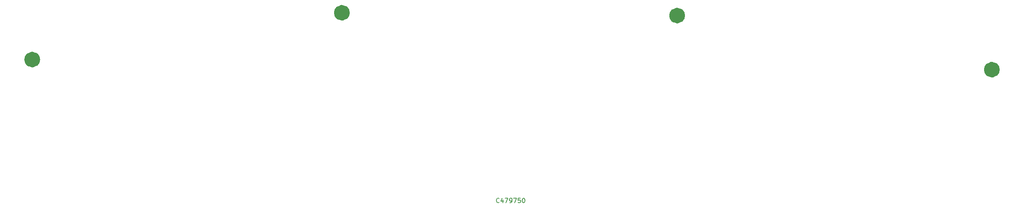
<source format=gbr>
%TF.GenerationSoftware,KiCad,Pcbnew,(6.0.4)*%
%TF.CreationDate,2022-09-03T11:35:08+02:00*%
%TF.ProjectId,Asfoora,4173666f-6f72-4612-9e6b-696361645f70,rev?*%
%TF.SameCoordinates,Original*%
%TF.FileFunction,Other,Comment*%
%FSLAX46Y46*%
G04 Gerber Fmt 4.6, Leading zero omitted, Abs format (unit mm)*
G04 Created by KiCad (PCBNEW (6.0.4)) date 2022-09-03 11:35:08*
%MOMM*%
%LPD*%
G01*
G04 APERTURE LIST*
%ADD10C,0.150000*%
%ADD11C,1.750000*%
G04 APERTURE END LIST*
D10*
%TO.C,J1*%
X150360380Y-113273142D02*
X150312761Y-113320761D01*
X150169904Y-113368380D01*
X150074666Y-113368380D01*
X149931809Y-113320761D01*
X149836571Y-113225523D01*
X149788952Y-113130285D01*
X149741333Y-112939809D01*
X149741333Y-112796952D01*
X149788952Y-112606476D01*
X149836571Y-112511238D01*
X149931809Y-112416000D01*
X150074666Y-112368380D01*
X150169904Y-112368380D01*
X150312761Y-112416000D01*
X150360380Y-112463619D01*
X151217523Y-112701714D02*
X151217523Y-113368380D01*
X150979428Y-112320761D02*
X150741333Y-113035047D01*
X151360380Y-113035047D01*
X151646095Y-112368380D02*
X152312761Y-112368380D01*
X151884190Y-113368380D01*
X152741333Y-113368380D02*
X152931809Y-113368380D01*
X153027047Y-113320761D01*
X153074666Y-113273142D01*
X153169904Y-113130285D01*
X153217523Y-112939809D01*
X153217523Y-112558857D01*
X153169904Y-112463619D01*
X153122285Y-112416000D01*
X153027047Y-112368380D01*
X152836571Y-112368380D01*
X152741333Y-112416000D01*
X152693714Y-112463619D01*
X152646095Y-112558857D01*
X152646095Y-112796952D01*
X152693714Y-112892190D01*
X152741333Y-112939809D01*
X152836571Y-112987428D01*
X153027047Y-112987428D01*
X153122285Y-112939809D01*
X153169904Y-112892190D01*
X153217523Y-112796952D01*
X153550857Y-112368380D02*
X154217523Y-112368380D01*
X153788952Y-113368380D01*
X155074666Y-112368380D02*
X154598476Y-112368380D01*
X154550857Y-112844571D01*
X154598476Y-112796952D01*
X154693714Y-112749333D01*
X154931809Y-112749333D01*
X155027047Y-112796952D01*
X155074666Y-112844571D01*
X155122285Y-112939809D01*
X155122285Y-113177904D01*
X155074666Y-113273142D01*
X155027047Y-113320761D01*
X154931809Y-113368380D01*
X154693714Y-113368380D01*
X154598476Y-113320761D01*
X154550857Y-113273142D01*
X155741333Y-112368380D02*
X155836571Y-112368380D01*
X155931809Y-112416000D01*
X155979428Y-112463619D01*
X156027047Y-112558857D01*
X156074666Y-112749333D01*
X156074666Y-112987428D01*
X156027047Y-113177904D01*
X155979428Y-113273142D01*
X155931809Y-113320761D01*
X155836571Y-113368380D01*
X155741333Y-113368380D01*
X155646095Y-113320761D01*
X155598476Y-113273142D01*
X155550857Y-113177904D01*
X155503238Y-112987428D01*
X155503238Y-112749333D01*
X155550857Y-112558857D01*
X155598476Y-112463619D01*
X155646095Y-112416000D01*
X155741333Y-112368380D01*
X150360380Y-113269142D02*
X150312761Y-113316761D01*
X150169904Y-113364380D01*
X150074666Y-113364380D01*
X149931809Y-113316761D01*
X149836571Y-113221523D01*
X149788952Y-113126285D01*
X149741333Y-112935809D01*
X149741333Y-112792952D01*
X149788952Y-112602476D01*
X149836571Y-112507238D01*
X149931809Y-112412000D01*
X150074666Y-112364380D01*
X150169904Y-112364380D01*
X150312761Y-112412000D01*
X150360380Y-112459619D01*
X151217523Y-112697714D02*
X151217523Y-113364380D01*
X150979428Y-112316761D02*
X150741333Y-113031047D01*
X151360380Y-113031047D01*
X151646095Y-112364380D02*
X152312761Y-112364380D01*
X151884190Y-113364380D01*
X152741333Y-113364380D02*
X152931809Y-113364380D01*
X153027047Y-113316761D01*
X153074666Y-113269142D01*
X153169904Y-113126285D01*
X153217523Y-112935809D01*
X153217523Y-112554857D01*
X153169904Y-112459619D01*
X153122285Y-112412000D01*
X153027047Y-112364380D01*
X152836571Y-112364380D01*
X152741333Y-112412000D01*
X152693714Y-112459619D01*
X152646095Y-112554857D01*
X152646095Y-112792952D01*
X152693714Y-112888190D01*
X152741333Y-112935809D01*
X152836571Y-112983428D01*
X153027047Y-112983428D01*
X153122285Y-112935809D01*
X153169904Y-112888190D01*
X153217523Y-112792952D01*
X153550857Y-112364380D02*
X154217523Y-112364380D01*
X153788952Y-113364380D01*
X155074666Y-112364380D02*
X154598476Y-112364380D01*
X154550857Y-112840571D01*
X154598476Y-112792952D01*
X154693714Y-112745333D01*
X154931809Y-112745333D01*
X155027047Y-112792952D01*
X155074666Y-112840571D01*
X155122285Y-112935809D01*
X155122285Y-113173904D01*
X155074666Y-113269142D01*
X155027047Y-113316761D01*
X154931809Y-113364380D01*
X154693714Y-113364380D01*
X154598476Y-113316761D01*
X154550857Y-113269142D01*
X155741333Y-112364380D02*
X155836571Y-112364380D01*
X155931809Y-112412000D01*
X155979428Y-112459619D01*
X156027047Y-112554857D01*
X156074666Y-112745333D01*
X156074666Y-112983428D01*
X156027047Y-113173904D01*
X155979428Y-113269142D01*
X155931809Y-113316761D01*
X155836571Y-113364380D01*
X155741333Y-113364380D01*
X155646095Y-113316761D01*
X155598476Y-113269142D01*
X155550857Y-113173904D01*
X155503238Y-112983428D01*
X155503238Y-112745333D01*
X155550857Y-112554857D01*
X155598476Y-112459619D01*
X155646095Y-112412000D01*
X155741333Y-112364380D01*
%TO.C,*%
D11*
X190867000Y-71628000D02*
G75*
G03*
X190867000Y-71628000I-875000J0D01*
G01*
X47223000Y-81440000D02*
G75*
G03*
X47223000Y-81440000I-875000J0D01*
G01*
X116193960Y-71000607D02*
G75*
G03*
X116193960Y-71000607I-875000J0D01*
G01*
X260973000Y-83690000D02*
G75*
G03*
X260973000Y-83690000I-875000J0D01*
G01*
%TD*%
M02*

</source>
